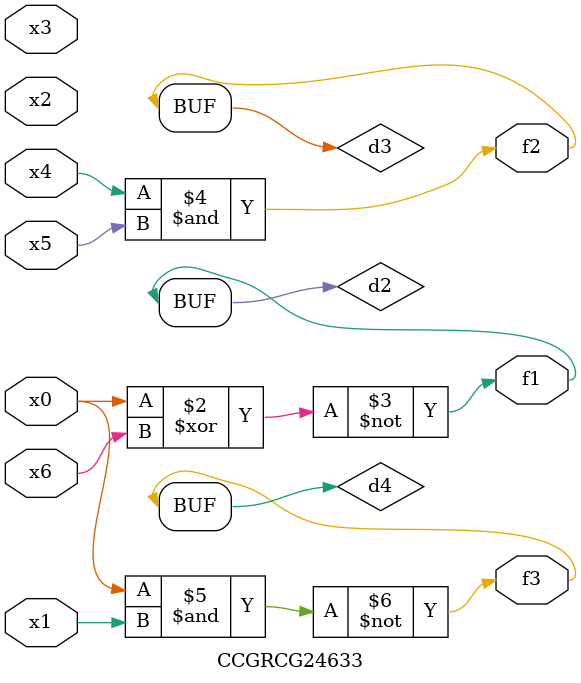
<source format=v>
module CCGRCG24633(
	input x0, x1, x2, x3, x4, x5, x6,
	output f1, f2, f3
);

	wire d1, d2, d3, d4;

	nor (d1, x0);
	xnor (d2, x0, x6);
	and (d3, x4, x5);
	nand (d4, x0, x1);
	assign f1 = d2;
	assign f2 = d3;
	assign f3 = d4;
endmodule

</source>
